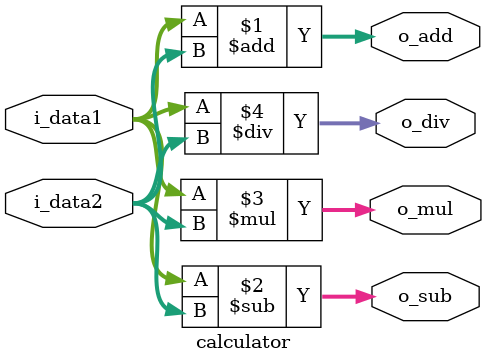
<source format=v>
module calculator(o_add, o_sub, o_mul, o_div, i_data1, i_data2);

input   [5:0]     i_data1;
input   [5:0]     i_data2;

output  [6:0]     o_add;
output  [6:0]     o_sub;
output  [11:0]    o_mul;
output  [5:0]     o_div; 

assign  o_add =    i_data1 + i_data2     ; //i_data1과 idata2 더하기 연산 수행
assign  o_sub =    i_data1 - i_data2     ; //i_data1과 idata2 빼기 연산 수행
assign  o_mul =    i_data1 * i_data2     ; //i_data1과 idata2 곱하기 연산 수행
assign  o_div =    i_data1 / i_data2     ; //i_data1과 idata2 나누기 연산 수행

endmodule
</source>
